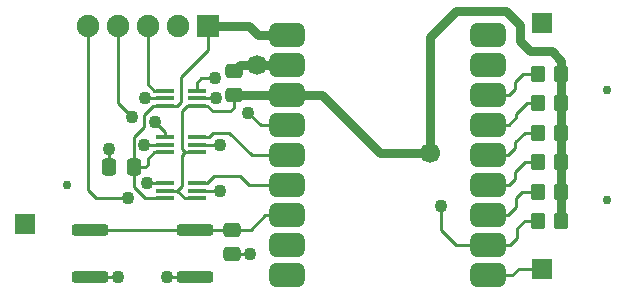
<source format=gbr>
%TF.GenerationSoftware,KiCad,Pcbnew,9.0.3-1.fc42*%
%TF.CreationDate,2025-07-19T22:58:11+02:00*%
%TF.ProjectId,yasio,79617369-6f2e-46b6-9963-61645f706362,rev?*%
%TF.SameCoordinates,Original*%
%TF.FileFunction,Copper,L1,Top*%
%TF.FilePolarity,Positive*%
%FSLAX46Y46*%
G04 Gerber Fmt 4.6, Leading zero omitted, Abs format (unit mm)*
G04 Created by KiCad (PCBNEW 9.0.3-1.fc42) date 2025-07-19 22:58:11*
%MOMM*%
%LPD*%
G01*
G04 APERTURE LIST*
G04 Aperture macros list*
%AMRoundRect*
0 Rectangle with rounded corners*
0 $1 Rounding radius*
0 $2 $3 $4 $5 $6 $7 $8 $9 X,Y pos of 4 corners*
0 Add a 4 corners polygon primitive as box body*
4,1,4,$2,$3,$4,$5,$6,$7,$8,$9,$2,$3,0*
0 Add four circle primitives for the rounded corners*
1,1,$1+$1,$2,$3*
1,1,$1+$1,$4,$5*
1,1,$1+$1,$6,$7*
1,1,$1+$1,$8,$9*
0 Add four rect primitives between the rounded corners*
20,1,$1+$1,$2,$3,$4,$5,0*
20,1,$1+$1,$4,$5,$6,$7,0*
20,1,$1+$1,$6,$7,$8,$9,0*
20,1,$1+$1,$8,$9,$2,$3,0*%
G04 Aperture macros list end*
%TA.AperFunction,SMDPad,CuDef*%
%ADD10RoundRect,0.250000X-0.350000X-0.450000X0.350000X-0.450000X0.350000X0.450000X-0.350000X0.450000X0*%
%TD*%
%TA.AperFunction,SMDPad,CuDef*%
%ADD11RoundRect,0.100000X0.650000X0.100000X-0.650000X0.100000X-0.650000X-0.100000X0.650000X-0.100000X0*%
%TD*%
%TA.AperFunction,SMDPad,CuDef*%
%ADD12C,0.750000*%
%TD*%
%TA.AperFunction,ComponentPad*%
%ADD13R,1.700000X1.700000*%
%TD*%
%TA.AperFunction,SMDPad,CuDef*%
%ADD14RoundRect,0.500000X-1.000000X-0.500000X1.000000X-0.500000X1.000000X0.500000X-1.000000X0.500000X0*%
%TD*%
%TA.AperFunction,SMDPad,CuDef*%
%ADD15RoundRect,0.250000X-0.475000X0.337500X-0.475000X-0.337500X0.475000X-0.337500X0.475000X0.337500X0*%
%TD*%
%TA.AperFunction,SMDPad,CuDef*%
%ADD16RoundRect,0.250000X0.475000X-0.337500X0.475000X0.337500X-0.475000X0.337500X-0.475000X-0.337500X0*%
%TD*%
%TA.AperFunction,ComponentPad*%
%ADD17R,1.900000X1.900000*%
%TD*%
%TA.AperFunction,ComponentPad*%
%ADD18O,1.900000X1.900000*%
%TD*%
%TA.AperFunction,SMDPad,CuDef*%
%ADD19RoundRect,0.250000X-1.300000X-0.250000X1.300000X-0.250000X1.300000X0.250000X-1.300000X0.250000X0*%
%TD*%
%TA.AperFunction,SMDPad,CuDef*%
%ADD20RoundRect,0.250000X0.337500X0.475000X-0.337500X0.475000X-0.337500X-0.475000X0.337500X-0.475000X0*%
%TD*%
%TA.AperFunction,ViaPad*%
%ADD21C,1.000000*%
%TD*%
%TA.AperFunction,ViaPad*%
%ADD22C,1.100000*%
%TD*%
%TA.AperFunction,ViaPad*%
%ADD23C,1.700000*%
%TD*%
%TA.AperFunction,Conductor*%
%ADD24C,0.800000*%
%TD*%
%TA.AperFunction,Conductor*%
%ADD25C,0.254000*%
%TD*%
%TA.AperFunction,Conductor*%
%ADD26C,0.250000*%
%TD*%
G04 APERTURE END LIST*
D10*
%TO.P,R5,1*%
%TO.N,DAT0*%
X145400000Y-116300000D03*
%TO.P,R5,2*%
%TO.N,+3.3V*%
X147400000Y-116300000D03*
%TD*%
D11*
%TO.P,U2,1,VCCA*%
%TO.N,+3.3V*%
X116530000Y-109050000D03*
%TO.P,U2,2,GND*%
%TO.N,GND*%
X116530000Y-108400000D03*
%TO.P,U2,3,A*%
%TO.N,SIO_CMD*%
X116530000Y-107750000D03*
%TO.P,U2,4,B*%
%TO.N,/5V_CMD*%
X113870000Y-107750000D03*
%TO.P,U2,5,DIR*%
%TO.N,GND*%
X113870000Y-108400000D03*
%TO.P,U2,6,VCCB*%
%TO.N,+5V*%
X113870000Y-109050000D03*
%TD*%
D12*
%TO.P,FID3,*%
%TO.N,*%
X105600000Y-115700000D03*
%TD*%
D10*
%TO.P,R1,1*%
%TO.N,DAT2*%
X145400000Y-106300000D03*
%TO.P,R1,2*%
%TO.N,+3.3V*%
X147400000Y-106300000D03*
%TD*%
D13*
%TO.P,J2,1,Pin_1*%
%TO.N,Net-(J2-Pin_1)*%
X145800000Y-122800000D03*
%TD*%
D14*
%TO.P,U1,1,VBUS*%
%TO.N,+5V*%
X124200000Y-103040000D03*
%TO.P,U1,2,GND*%
%TO.N,GND*%
X124200000Y-105580000D03*
%TO.P,U1,3,3V3*%
%TO.N,+3.3V*%
X124200000Y-108120000D03*
%TO.P,U1,4,IO1*%
%TO.N,SIO_CMD*%
X124200000Y-110660000D03*
%TO.P,U1,5,IO2*%
%TO.N,SIO_DATA_OUT*%
X124200000Y-113200000D03*
%TO.P,U1,6,IO3*%
%TO.N,SIO_DATA_IN*%
X124200000Y-115740000D03*
%TO.P,U1,7,IO4*%
%TO.N,SETUP_EN*%
X124200000Y-118280000D03*
%TO.P,U1,8,IO5*%
%TO.N,unconnected-(U1-IO5-Pad8)*%
X124200000Y-120820000D03*
%TO.P,U1,9,IO6*%
%TO.N,unconnected-(U1-IO6-Pad9)*%
X124200000Y-123360000D03*
%TO.P,U1,10,IO7*%
%TO.N,Net-(J2-Pin_1)*%
X141200000Y-123360000D03*
%TO.P,U1,11,IO8*%
%TO.N,DAT1*%
X141200000Y-120820000D03*
%TO.P,U1,12,IO9*%
%TO.N,DAT0*%
X141200000Y-118280000D03*
%TO.P,U1,13,IO10*%
%TO.N,CLK*%
X141200000Y-115740000D03*
%TO.P,U1,14,IO11*%
%TO.N,CMD*%
X141200000Y-113200000D03*
%TO.P,U1,15,IO12*%
%TO.N,DAT3*%
X141200000Y-110660000D03*
%TO.P,U1,16,IO13*%
%TO.N,DAT2*%
X141200000Y-108120000D03*
%TO.P,U1,17,IO44*%
%TO.N,unconnected-(U1-IO44-Pad17)*%
X141200000Y-105580000D03*
%TO.P,U1,18,IO43*%
%TO.N,Net-(J4-Pin_1)*%
X141200000Y-103040000D03*
%TD*%
D10*
%TO.P,R6,1*%
%TO.N,DAT1*%
X145400000Y-118800000D03*
%TO.P,R6,2*%
%TO.N,+3.3V*%
X147400000Y-118800000D03*
%TD*%
%TO.P,R4,1*%
%TO.N,CLK*%
X145400000Y-113800000D03*
%TO.P,R4,2*%
%TO.N,+3.3V*%
X147400000Y-113800000D03*
%TD*%
D11*
%TO.P,U4,1,VCCA*%
%TO.N,+3.3V*%
X116530000Y-116850000D03*
%TO.P,U4,2,GND*%
%TO.N,GND*%
X116530000Y-116200000D03*
%TO.P,U4,3,A*%
%TO.N,SIO_DATA_IN*%
X116530000Y-115550000D03*
%TO.P,U4,4,B*%
%TO.N,/5V_DATA_IN*%
X113870000Y-115550000D03*
%TO.P,U4,5,DIR*%
%TO.N,+3.3V*%
X113870000Y-116200000D03*
%TO.P,U4,6,VCCB*%
%TO.N,+5V*%
X113870000Y-116850000D03*
%TD*%
%TO.P,U3,1,VCCA*%
%TO.N,+3.3V*%
X116530000Y-112950000D03*
%TO.P,U3,2,GND*%
%TO.N,GND*%
X116530000Y-112300000D03*
%TO.P,U3,3,A*%
%TO.N,SIO_DATA_OUT*%
X116530000Y-111650000D03*
%TO.P,U3,4,B*%
%TO.N,/5V_DATA_OUT*%
X113870000Y-111650000D03*
%TO.P,U3,5,DIR*%
%TO.N,GND*%
X113870000Y-112300000D03*
%TO.P,U3,6,VCCB*%
%TO.N,+5V*%
X113870000Y-112950000D03*
%TD*%
D15*
%TO.P,C1,1*%
%TO.N,SETUP_EN*%
X119500000Y-119500000D03*
%TO.P,C1,2*%
%TO.N,GND*%
X119500000Y-121575000D03*
%TD*%
D12*
%TO.P,FID2,*%
%TO.N,*%
X151300000Y-107700000D03*
%TD*%
D13*
%TO.P,J5,1,Pin_1*%
%TO.N,GND*%
X102000000Y-119000000D03*
%TD*%
D10*
%TO.P,R3,1*%
%TO.N,CMD*%
X145400000Y-111300000D03*
%TO.P,R3,2*%
%TO.N,+3.3V*%
X147400000Y-111300000D03*
%TD*%
D16*
%TO.P,C2,1*%
%TO.N,+3.3V*%
X119700000Y-108137500D03*
%TO.P,C2,2*%
%TO.N,GND*%
X119700000Y-106062500D03*
%TD*%
D10*
%TO.P,R2,1*%
%TO.N,DAT3*%
X145400000Y-108800000D03*
%TO.P,R2,2*%
%TO.N,+3.3V*%
X147400000Y-108800000D03*
%TD*%
D17*
%TO.P,J1,1,Pin_1*%
%TO.N,+5V*%
X117475000Y-102300000D03*
D18*
%TO.P,J1,2,Pin_2*%
%TO.N,GND*%
X114935000Y-102300000D03*
%TO.P,J1,3,Pin_3*%
%TO.N,/5V_CMD*%
X112395000Y-102300000D03*
%TO.P,J1,4,Pin_4*%
%TO.N,/5V_DATA_OUT*%
X109855000Y-102300000D03*
%TO.P,J1,5,Pin_5*%
%TO.N,/5V_DATA_IN*%
X107315000Y-102300000D03*
%TD*%
D13*
%TO.P,J4,1,Pin_1*%
%TO.N,Net-(J4-Pin_1)*%
X145800000Y-102000000D03*
%TD*%
D19*
%TO.P,SW1,1,1*%
%TO.N,SETUP_EN*%
X107500000Y-119500000D03*
X116400000Y-119500000D03*
%TO.P,SW1,2,2*%
%TO.N,GND*%
X107500000Y-123500000D03*
X116400000Y-123500000D03*
%TD*%
D20*
%TO.P,C3,1*%
%TO.N,+5V*%
X111200000Y-114200000D03*
%TO.P,C3,2*%
%TO.N,GND*%
X109125000Y-114200000D03*
%TD*%
D12*
%TO.P,FID1,*%
%TO.N,*%
X151300000Y-117000000D03*
%TD*%
D21*
%TO.N,Net-(J4-Pin_1)*%
X141200000Y-103040000D03*
D22*
%TO.N,GND*%
X109126898Y-112687420D03*
X118500000Y-116200000D03*
D23*
X121635729Y-105583147D03*
D22*
X121090638Y-121572850D03*
X112200000Y-108400000D03*
X112100000Y-112300000D03*
X114000000Y-123500000D03*
X109900000Y-123500000D03*
X118200000Y-108400000D03*
X118500000Y-112300000D03*
%TO.N,/5V_DATA_IN*%
X112353344Y-115550000D03*
X110700000Y-116800000D03*
%TO.N,/5V_DATA_OUT*%
X113000000Y-110400000D03*
X111100000Y-110000000D03*
D21*
%TO.N,CLK*%
X141200000Y-115740000D03*
%TO.N,DAT2*%
X141200000Y-108120000D03*
D23*
%TO.N,+3.3V*%
X136278953Y-113051622D03*
D22*
%TO.N,DAT1*%
X137229214Y-117467266D03*
D21*
%TO.N,DAT0*%
X141300000Y-118280000D03*
%TO.N,DAT3*%
X141200000Y-110660000D03*
%TO.N,CMD*%
X141300000Y-113200000D03*
D22*
%TO.N,SIO_CMD*%
X120900000Y-109600000D03*
X118100000Y-106700000D03*
%TD*%
D24*
%TO.N,+5V*%
X121740000Y-103040000D02*
X121000000Y-102300000D01*
X121000000Y-102300000D02*
X117475000Y-102300000D01*
D25*
X117475000Y-104325000D02*
X115200000Y-106600000D01*
X112400000Y-113500000D02*
X112400000Y-114000000D01*
X112850000Y-109050000D02*
X112100000Y-109800000D01*
X112400000Y-114000000D02*
X112200000Y-114200000D01*
D24*
X124200000Y-103040000D02*
X121740000Y-103040000D01*
D25*
X113870000Y-109050000D02*
X112850000Y-109050000D01*
X112100000Y-109800000D02*
X112100000Y-110800000D01*
X115200000Y-108700000D02*
X114850000Y-109050000D01*
X115200000Y-106600000D02*
X115200000Y-108700000D01*
X113870000Y-112950000D02*
X112950000Y-112950000D01*
X111200000Y-111700000D02*
X111200000Y-114200000D01*
X112950000Y-112950000D02*
X112400000Y-113500000D01*
X111200000Y-115900000D02*
X112150000Y-116850000D01*
X111200000Y-114200000D02*
X111200000Y-115900000D01*
X117475000Y-102300000D02*
X117475000Y-104325000D01*
X112150000Y-116850000D02*
X113870000Y-116850000D01*
X112100000Y-110800000D02*
X111200000Y-111700000D01*
X112200000Y-114200000D02*
X111200000Y-114200000D01*
X114850000Y-109050000D02*
X113650000Y-109050000D01*
%TO.N,Net-(J2-Pin_1)*%
X143240000Y-123360000D02*
X143800000Y-122800000D01*
X141200000Y-123360000D02*
X143240000Y-123360000D01*
X143800000Y-122800000D02*
X145800000Y-122800000D01*
%TO.N,GND*%
X119500000Y-121575000D02*
X121088488Y-121575000D01*
X116150000Y-108400000D02*
X118200000Y-108400000D01*
X118500000Y-112300000D02*
X116150000Y-112300000D01*
D26*
X109125000Y-114200000D02*
X109125000Y-112689318D01*
D24*
X120179353Y-105583147D02*
X119700000Y-106062500D01*
D25*
X118500000Y-116200000D02*
X116150000Y-116200000D01*
X112100000Y-112300000D02*
X114250000Y-112300000D01*
X116400000Y-123500000D02*
X114000000Y-123500000D01*
D24*
X121638876Y-105580000D02*
X121635729Y-105583147D01*
D25*
X107500000Y-123500000D02*
X109900000Y-123500000D01*
D24*
X124200000Y-105580000D02*
X121638876Y-105580000D01*
D25*
X121088488Y-121575000D02*
X121090638Y-121572850D01*
X114250000Y-108400000D02*
X112200000Y-108400000D01*
D24*
X121635729Y-105583147D02*
X120179353Y-105583147D01*
D25*
%TO.N,SETUP_EN*%
X107500000Y-119500000D02*
X116400000Y-119500000D01*
X116400000Y-119500000D02*
X119500000Y-119500000D01*
X119500000Y-119500000D02*
X121100000Y-119500000D01*
X121100000Y-119500000D02*
X122320000Y-118280000D01*
X122320000Y-118280000D02*
X124200000Y-118280000D01*
%TO.N,/5V_DATA_IN*%
X114250000Y-115550000D02*
X113550000Y-115550000D01*
X108000000Y-116800000D02*
X107315000Y-116115000D01*
X110700000Y-116800000D02*
X108000000Y-116800000D01*
X107315000Y-116115000D02*
X107315000Y-102300000D01*
X113870000Y-115550000D02*
X112353344Y-115550000D01*
%TO.N,/5V_CMD*%
X113870000Y-107750000D02*
X112950000Y-107750000D01*
X112395000Y-107195000D02*
X112395000Y-106595000D01*
X112950000Y-107750000D02*
X112395000Y-107195000D01*
X112395000Y-106595000D02*
X112395000Y-102300000D01*
%TO.N,/5V_DATA_OUT*%
X113870000Y-111650000D02*
X113870000Y-111270000D01*
X109855000Y-102300000D02*
X109855000Y-108755000D01*
X113870000Y-111270000D02*
X113000000Y-110400000D01*
X109855000Y-108755000D02*
X111100000Y-110000000D01*
%TO.N,CLK*%
X143500000Y-115200000D02*
X143500000Y-114600000D01*
X143500000Y-114600000D02*
X144300000Y-113800000D01*
X142960000Y-115740000D02*
X143500000Y-115200000D01*
X141200000Y-115740000D02*
X142960000Y-115740000D01*
X144300000Y-113800000D02*
X145400000Y-113800000D01*
%TO.N,DAT2*%
X142980000Y-108120000D02*
X143500000Y-107600000D01*
X141200000Y-108120000D02*
X142980000Y-108120000D01*
X143500000Y-107600000D02*
X143500000Y-107000000D01*
X143500000Y-107000000D02*
X144200000Y-106300000D01*
X144200000Y-106300000D02*
X145400000Y-106300000D01*
D24*
%TO.N,+3.3V*%
X147400000Y-108800000D02*
X147400000Y-111300000D01*
D25*
X116150000Y-112950000D02*
X115550000Y-112950000D01*
X115350000Y-113150000D02*
X115550000Y-112950000D01*
X115300000Y-112700000D02*
X115300000Y-109500000D01*
X115300000Y-115800000D02*
X115300000Y-113200000D01*
D24*
X144800000Y-104400000D02*
X146600000Y-104400000D01*
X124200000Y-108120000D02*
X127120000Y-108120000D01*
D25*
X117900000Y-109500000D02*
X119400000Y-109500000D01*
D24*
X132051622Y-113051622D02*
X136278953Y-113051622D01*
D25*
X117450000Y-109050000D02*
X117900000Y-109500000D01*
D24*
X147400000Y-116300000D02*
X147400000Y-118800000D01*
X142700000Y-101000000D02*
X143900000Y-102200000D01*
X147400000Y-111300000D02*
X147400000Y-113800000D01*
X127120000Y-108120000D02*
X132051622Y-113051622D01*
X146600000Y-104400000D02*
X147400000Y-105200000D01*
X143900000Y-103500000D02*
X144800000Y-104400000D01*
X124200000Y-108120000D02*
X119718150Y-108119350D01*
D25*
X114900000Y-116200000D02*
X115300000Y-115800000D01*
D24*
X147400000Y-105200000D02*
X147400000Y-106300000D01*
D25*
X115550000Y-112950000D02*
X115300000Y-112700000D01*
D24*
X147400000Y-113800000D02*
X147400000Y-116300000D01*
D25*
X115300000Y-113200000D02*
X115550000Y-112950000D01*
X116150000Y-116850000D02*
X115550000Y-116850000D01*
X114900000Y-116200000D02*
X114250000Y-116200000D01*
X119700000Y-109200000D02*
X119700000Y-108137500D01*
X116530000Y-109050000D02*
X117450000Y-109050000D01*
X115550000Y-116850000D02*
X114900000Y-116200000D01*
D24*
X138500000Y-101000000D02*
X142700000Y-101000000D01*
D25*
X115750000Y-109050000D02*
X116150000Y-109050000D01*
D24*
X143900000Y-102200000D02*
X143900000Y-103500000D01*
X119718150Y-108119350D02*
X119700000Y-108137500D01*
X147400000Y-106300000D02*
X147400000Y-108800000D01*
X136278953Y-113051622D02*
X136278953Y-103221047D01*
X136278953Y-103221047D02*
X138500000Y-101000000D01*
D25*
X115300000Y-109500000D02*
X115750000Y-109050000D01*
X119400000Y-109500000D02*
X119700000Y-109200000D01*
X116650000Y-109050000D02*
X116150000Y-109050000D01*
%TO.N,DAT1*%
X143700000Y-120200000D02*
X143700000Y-119400000D01*
X143080000Y-120820000D02*
X143700000Y-120200000D01*
X137229214Y-117467266D02*
X137229214Y-119529214D01*
X143700000Y-119400000D02*
X144300000Y-118800000D01*
X138520000Y-120820000D02*
X141200000Y-120820000D01*
X144300000Y-118800000D02*
X145400000Y-118800000D01*
X141200000Y-120820000D02*
X143080000Y-120820000D01*
X137229214Y-119529214D02*
X138520000Y-120820000D01*
%TO.N,DAT0*%
X143600000Y-117600000D02*
X143600000Y-116800000D01*
X141300000Y-118280000D02*
X142920000Y-118280000D01*
X144100000Y-116300000D02*
X145400000Y-116300000D01*
X143600000Y-116800000D02*
X144100000Y-116300000D01*
X141200000Y-118280000D02*
X141300000Y-118280000D01*
X142920000Y-118280000D02*
X143600000Y-117600000D01*
%TO.N,DAT3*%
X144500000Y-108800000D02*
X145400000Y-108800000D01*
X143600000Y-110000000D02*
X143600000Y-109700000D01*
X141200000Y-110660000D02*
X142940000Y-110660000D01*
X143600000Y-109700000D02*
X144500000Y-108800000D01*
X142940000Y-110660000D02*
X143600000Y-110000000D01*
%TO.N,CMD*%
X142900000Y-113200000D02*
X143500000Y-112600000D01*
X141200000Y-113200000D02*
X141300000Y-113200000D01*
X143500000Y-112100000D02*
X144300000Y-111300000D01*
X141300000Y-113200000D02*
X142900000Y-113200000D01*
X143500000Y-112600000D02*
X143500000Y-112100000D01*
X144300000Y-111300000D02*
X145400000Y-111300000D01*
%TO.N,SIO_DATA_IN*%
X120200000Y-115000000D02*
X120940000Y-115740000D01*
X120940000Y-115740000D02*
X124200000Y-115740000D01*
D26*
X117450000Y-115550000D02*
X118000000Y-115000000D01*
D25*
X118000000Y-115000000D02*
X120200000Y-115000000D01*
D26*
X116530000Y-115550000D02*
X117450000Y-115550000D01*
D25*
%TO.N,SIO_DATA_OUT*%
X117900000Y-111300000D02*
X119300000Y-111300000D01*
D26*
X117550000Y-111650000D02*
X117900000Y-111300000D01*
D25*
X121200000Y-113200000D02*
X124200000Y-113200000D01*
X119300000Y-111300000D02*
X121200000Y-113200000D01*
D26*
X116530000Y-111650000D02*
X117550000Y-111650000D01*
%TO.N,SIO_CMD*%
X116530000Y-107750000D02*
X116530000Y-107070000D01*
D25*
X124200000Y-110660000D02*
X121960000Y-110660000D01*
D26*
X116530000Y-107070000D02*
X116900000Y-106700000D01*
X116900000Y-106700000D02*
X118100000Y-106700000D01*
D25*
X121960000Y-110660000D02*
X120900000Y-109600000D01*
%TD*%
M02*

</source>
